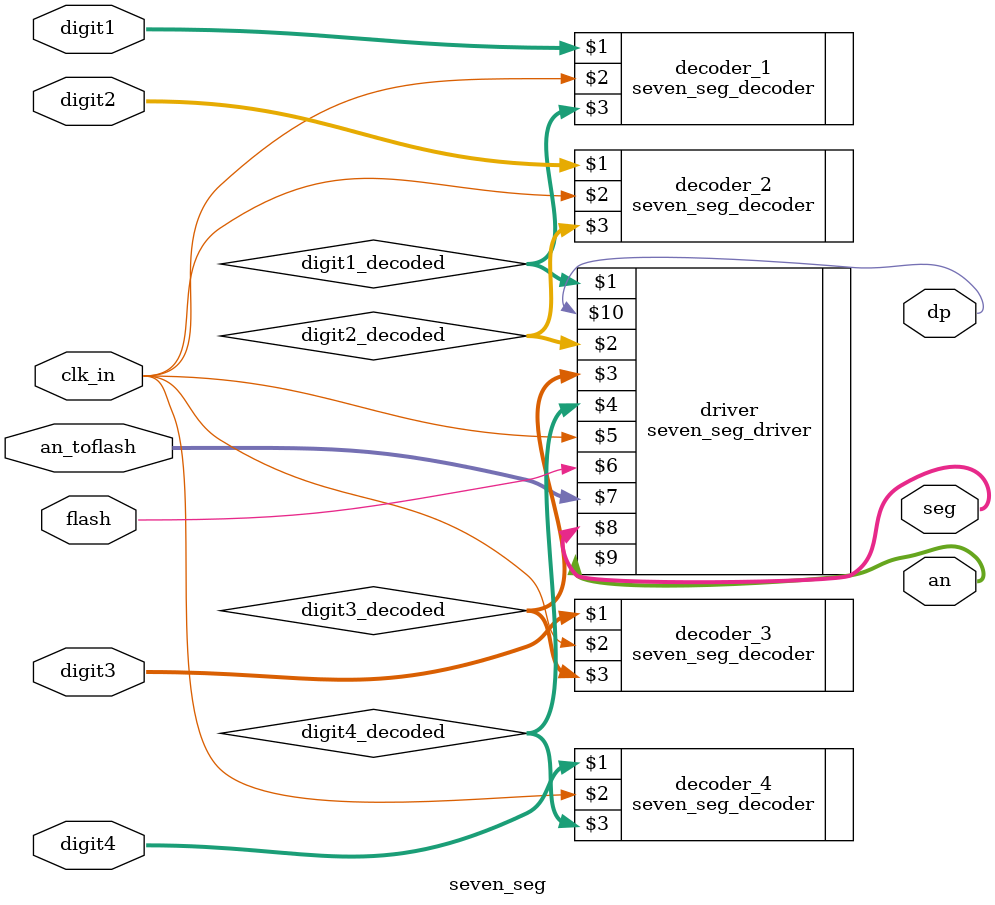
<source format=v>
`timescale 1ns / 1ps

module seven_seg(
    input [4:0] digit1,
    input [4:0] digit2,
    input [4:0] digit3,
    input [4:0] digit4,
    input clk_in,
    input flash,
    input [1:0] an_toflash,
    output [6:0] seg,
    output [3:0] an,
    output dp
    );
    
    wire[6:0] digit1_decoded, digit2_decoded, digit3_decoded, digit4_decoded;
    
    seven_seg_decoder decoder_1(digit1, clk_in, digit1_decoded);
    seven_seg_decoder decoder_2(digit2, clk_in, digit2_decoded);
    seven_seg_decoder decoder_3(digit3, clk_in, digit3_decoded);
    seven_seg_decoder decoder_4(digit4, clk_in, digit4_decoded);
    
    seven_seg_driver driver(digit1_decoded, digit2_decoded, digit3_decoded, digit4_decoded, clk_in, flash, an_toflash, seg, an, dp);
    
endmodule

</source>
